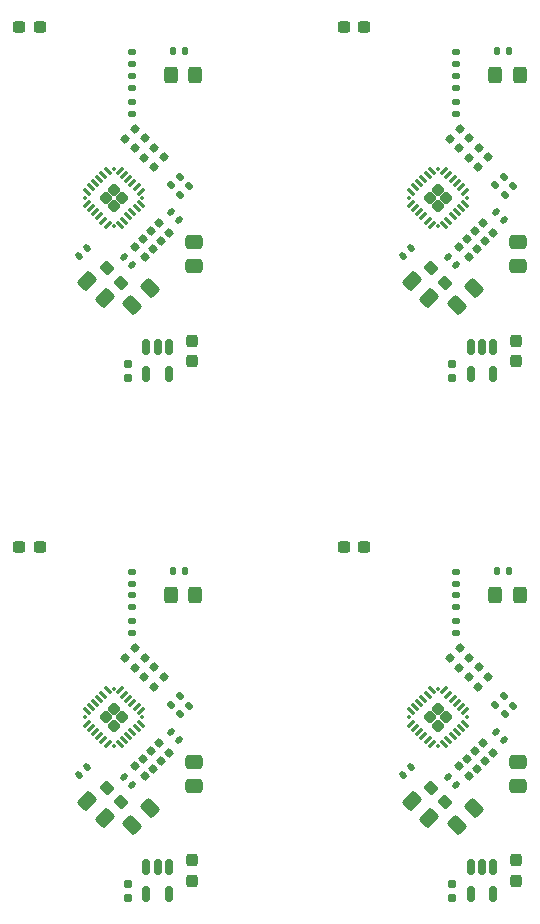
<source format=gtp>
G04 #@! TF.GenerationSoftware,KiCad,Pcbnew,9.0.4*
G04 #@! TF.CreationDate,2025-08-20T19:39:29-04:00*
G04 #@! TF.ProjectId,jlcpcb_4x4,6a6c6370-6362-45f3-9478-342e6b696361,rev?*
G04 #@! TF.SameCoordinates,Original*
G04 #@! TF.FileFunction,Paste,Top*
G04 #@! TF.FilePolarity,Positive*
%FSLAX46Y46*%
G04 Gerber Fmt 4.6, Leading zero omitted, Abs format (unit mm)*
G04 Created by KiCad (PCBNEW 9.0.4) date 2025-08-20 19:39:29*
%MOMM*%
%LPD*%
G01*
G04 APERTURE LIST*
G04 Aperture macros list*
%AMRoundRect*
0 Rectangle with rounded corners*
0 $1 Rounding radius*
0 $2 $3 $4 $5 $6 $7 $8 $9 X,Y pos of 4 corners*
0 Add a 4 corners polygon primitive as box body*
4,1,4,$2,$3,$4,$5,$6,$7,$8,$9,$2,$3,0*
0 Add four circle primitives for the rounded corners*
1,1,$1+$1,$2,$3*
1,1,$1+$1,$4,$5*
1,1,$1+$1,$6,$7*
1,1,$1+$1,$8,$9*
0 Add four rect primitives between the rounded corners*
20,1,$1+$1,$2,$3,$4,$5,0*
20,1,$1+$1,$4,$5,$6,$7,0*
20,1,$1+$1,$6,$7,$8,$9,0*
20,1,$1+$1,$8,$9,$2,$3,0*%
%AMFreePoly0*
4,1,25,0.251037,0.433748,0.282717,0.409439,0.409439,0.282717,0.449030,0.214145,0.454242,0.174554,0.454242,-0.174554,0.433748,-0.251037,0.409439,-0.282717,0.282717,-0.409439,0.214145,-0.449030,0.174554,-0.454242,-0.174554,-0.454242,-0.251037,-0.433748,-0.282717,-0.409439,-0.409439,-0.282717,-0.449030,-0.214145,-0.454242,-0.174554,-0.454242,0.174554,-0.433748,0.251037,-0.409439,0.282717,
-0.282717,0.409439,-0.214145,0.449030,-0.174554,0.454242,0.174554,0.454242,0.251037,0.433748,0.251037,0.433748,$1*%
G04 Aperture macros list end*
%ADD10RoundRect,0.160000X-0.252791X0.026517X0.026517X-0.252791X0.252791X-0.026517X-0.026517X0.252791X0*%
%ADD11RoundRect,0.160000X-0.026517X-0.252791X0.252791X0.026517X0.026517X0.252791X-0.252791X-0.026517X0*%
%ADD12RoundRect,0.135000X-0.135000X-0.185000X0.135000X-0.185000X0.135000X0.185000X-0.135000X0.185000X0*%
%ADD13RoundRect,0.140000X-0.021213X0.219203X-0.219203X0.021213X0.021213X-0.219203X0.219203X-0.021213X0*%
%ADD14RoundRect,0.135000X-0.035355X0.226274X-0.226274X0.035355X0.035355X-0.226274X0.226274X-0.035355X0*%
%ADD15RoundRect,0.237500X0.237500X-0.300000X0.237500X0.300000X-0.237500X0.300000X-0.237500X-0.300000X0*%
%ADD16RoundRect,0.140000X-0.219203X-0.021213X-0.021213X-0.219203X0.219203X0.021213X0.021213X0.219203X0*%
%ADD17RoundRect,0.250000X-0.475000X0.337500X-0.475000X-0.337500X0.475000X-0.337500X0.475000X0.337500X0*%
%ADD18RoundRect,0.135000X0.185000X-0.135000X0.185000X0.135000X-0.185000X0.135000X-0.185000X-0.135000X0*%
%ADD19RoundRect,0.135000X-0.185000X0.135000X-0.185000X-0.135000X0.185000X-0.135000X0.185000X0.135000X0*%
%ADD20RoundRect,0.160000X-0.160000X0.197500X-0.160000X-0.197500X0.160000X-0.197500X0.160000X0.197500X0*%
%ADD21RoundRect,0.237500X0.380070X-0.044194X-0.044194X0.380070X-0.380070X0.044194X0.044194X-0.380070X0*%
%ADD22RoundRect,0.250000X-0.574524X-0.097227X-0.097227X-0.574524X0.574524X0.097227X0.097227X0.574524X0*%
%ADD23FreePoly0,135.000000*%
%ADD24RoundRect,0.062500X0.274004X-0.185616X-0.185616X0.274004X-0.274004X0.185616X0.185616X-0.274004X0*%
%ADD25RoundRect,0.062500X0.274004X0.185616X0.185616X0.274004X-0.274004X-0.185616X-0.185616X-0.274004X0*%
%ADD26RoundRect,0.062500X0.088388X0.000000X0.000000X0.088388X-0.088388X0.000000X0.000000X-0.088388X0*%
%ADD27RoundRect,0.250000X-0.097227X0.574524X-0.574524X0.097227X0.097227X-0.574524X0.574524X-0.097227X0*%
%ADD28RoundRect,0.150000X-0.150000X0.512500X-0.150000X-0.512500X0.150000X-0.512500X0.150000X0.512500X0*%
%ADD29RoundRect,0.135000X0.035355X-0.226274X0.226274X-0.035355X-0.035355X0.226274X-0.226274X0.035355X0*%
%ADD30RoundRect,0.250000X-0.325000X-0.450000X0.325000X-0.450000X0.325000X0.450000X-0.325000X0.450000X0*%
%ADD31RoundRect,0.237500X-0.300000X-0.237500X0.300000X-0.237500X0.300000X0.237500X-0.300000X0.237500X0*%
G04 APERTURE END LIST*
D10*
G04 #@! TO.C,R118*
X26377207Y-27043663D03*
X25532215Y-26198671D03*
G04 #@! TD*
D11*
G04 #@! TO.C,R112*
X51807496Y-63010004D03*
X50962504Y-63854996D03*
G04 #@! TD*
D12*
G04 #@! TO.C,R126*
X26715000Y-55632500D03*
X27735000Y-55632500D03*
G04 #@! TD*
D13*
G04 #@! TO.C,C109*
X19464411Y-72293089D03*
X18785589Y-72971911D03*
G04 #@! TD*
D14*
G04 #@! TO.C,R120*
X54745624Y-66271876D03*
X54024376Y-66993124D03*
G04 #@! TD*
G04 #@! TO.C,R120*
X27285624Y-22271876D03*
X26564376Y-22993124D03*
G04 #@! TD*
D13*
G04 #@! TO.C,C109*
X46924411Y-72293089D03*
X46245589Y-72971911D03*
G04 #@! TD*
D15*
G04 #@! TO.C,C128*
X28325000Y-81895000D03*
X28325000Y-80170000D03*
G04 #@! TD*
D16*
G04 #@! TO.C,C116*
X50045589Y-29093089D03*
X50724411Y-29771911D03*
G04 #@! TD*
D11*
G04 #@! TO.C,R113*
X52607496Y-63810004D03*
X51762504Y-64654996D03*
G04 #@! TD*
D17*
G04 #@! TO.C,C111*
X55985000Y-27795000D03*
X55985000Y-29870000D03*
G04 #@! TD*
D12*
G04 #@! TO.C,R126*
X54175000Y-11632500D03*
X55195000Y-11632500D03*
G04 #@! TD*
D18*
G04 #@! TO.C,R123*
X50685000Y-56742500D03*
X50685000Y-55722500D03*
G04 #@! TD*
D11*
G04 #@! TO.C,R112*
X51807496Y-19010004D03*
X50962504Y-19854996D03*
G04 #@! TD*
D10*
G04 #@! TO.C,R117*
X25705455Y-71715414D03*
X24860463Y-70870422D03*
G04 #@! TD*
G04 #@! TO.C,R115*
X52493704Y-28387166D03*
X51648712Y-27542174D03*
G04 #@! TD*
D19*
G04 #@! TO.C,R124*
X23225000Y-15922500D03*
X23225000Y-16942500D03*
G04 #@! TD*
D11*
G04 #@! TO.C,R110*
X23547496Y-18210004D03*
X22702504Y-19054996D03*
G04 #@! TD*
D16*
G04 #@! TO.C,C116*
X22585589Y-73093089D03*
X23264411Y-73771911D03*
G04 #@! TD*
D12*
G04 #@! TO.C,R126*
X54175000Y-55632500D03*
X55195000Y-55632500D03*
G04 #@! TD*
D20*
G04 #@! TO.C,R125*
X50385000Y-83330000D03*
X50385000Y-82135000D03*
G04 #@! TD*
D21*
G04 #@! TO.C,C119*
X49794880Y-75242380D03*
X48575120Y-74022620D03*
G04 #@! TD*
D22*
G04 #@! TO.C,C108*
X19491377Y-75098877D03*
X20958623Y-76566123D03*
G04 #@! TD*
D23*
G04 #@! TO.C,TAC5212*
X49170514Y-68752896D03*
X49859943Y-68063467D03*
X48481085Y-68063467D03*
X49170514Y-67374038D03*
D24*
X49692005Y-70352725D03*
X50045559Y-69999172D03*
X50399112Y-69645618D03*
X50752665Y-69292065D03*
X51106219Y-68938512D03*
X51459772Y-68584958D03*
D25*
X51459772Y-67541976D03*
X51106219Y-67188422D03*
X50752665Y-66834869D03*
X50399112Y-66481316D03*
X50045559Y-66127762D03*
X49692005Y-65774209D03*
D24*
X48649023Y-65774209D03*
X48295469Y-66127762D03*
X47941916Y-66481316D03*
X47588363Y-66834869D03*
X47234809Y-67188422D03*
X46881256Y-67541976D03*
D25*
X46881256Y-68584958D03*
X47234809Y-68938512D03*
X47588363Y-69292065D03*
X47941916Y-69645618D03*
X48295469Y-69999172D03*
X48649023Y-70352725D03*
D26*
X49170514Y-70495914D03*
X51602961Y-68063467D03*
X49170514Y-65631020D03*
X46738067Y-68063467D03*
G04 #@! TD*
D21*
G04 #@! TO.C,C119*
X22334880Y-31242380D03*
X21115120Y-30022620D03*
G04 #@! TD*
D11*
G04 #@! TO.C,R110*
X51007496Y-18210004D03*
X50162504Y-19054996D03*
G04 #@! TD*
D10*
G04 #@! TO.C,R115*
X25033704Y-28387166D03*
X24188712Y-27542174D03*
G04 #@! TD*
D11*
G04 #@! TO.C,R114*
X25947496Y-64610004D03*
X25102504Y-65454996D03*
G04 #@! TD*
D27*
G04 #@! TO.C,C115*
X24758623Y-31698877D03*
X23291377Y-33166123D03*
G04 #@! TD*
D17*
G04 #@! TO.C,C111*
X55985000Y-71795000D03*
X55985000Y-73870000D03*
G04 #@! TD*
D28*
G04 #@! TO.C,U108*
X53835000Y-80695000D03*
X52885000Y-80695000D03*
X51935000Y-80695000D03*
X51935000Y-82970000D03*
X53835000Y-82970000D03*
G04 #@! TD*
D11*
G04 #@! TO.C,R112*
X24347496Y-19010004D03*
X23502504Y-19854996D03*
G04 #@! TD*
D10*
G04 #@! TO.C,R115*
X25033704Y-72387166D03*
X24188712Y-71542174D03*
G04 #@! TD*
D16*
G04 #@! TO.C,C112*
X26585589Y-25293089D03*
X27264411Y-25971911D03*
G04 #@! TD*
D10*
G04 #@! TO.C,R115*
X52493704Y-72387166D03*
X51648712Y-71542174D03*
G04 #@! TD*
D11*
G04 #@! TO.C,R113*
X25147496Y-19810004D03*
X24302504Y-20654996D03*
G04 #@! TD*
G04 #@! TO.C,R114*
X25947496Y-20610004D03*
X25102504Y-21454996D03*
G04 #@! TD*
D16*
G04 #@! TO.C,C116*
X50045589Y-73093089D03*
X50724411Y-73771911D03*
G04 #@! TD*
G04 #@! TO.C,C112*
X26585589Y-69293089D03*
X27264411Y-69971911D03*
G04 #@! TD*
D29*
G04 #@! TO.C,R121*
X27364376Y-23793124D03*
X28085624Y-23071876D03*
G04 #@! TD*
D10*
G04 #@! TO.C,R119*
X51821952Y-73058917D03*
X50976960Y-72213925D03*
G04 #@! TD*
G04 #@! TO.C,R118*
X26377207Y-71043663D03*
X25532215Y-70198671D03*
G04 #@! TD*
D11*
G04 #@! TO.C,R110*
X51007496Y-62210004D03*
X50162504Y-63054996D03*
G04 #@! TD*
D17*
G04 #@! TO.C,C111*
X28525000Y-71795000D03*
X28525000Y-73870000D03*
G04 #@! TD*
D21*
G04 #@! TO.C,C119*
X22334880Y-75242380D03*
X21115120Y-74022620D03*
G04 #@! TD*
D20*
G04 #@! TO.C,R125*
X50385000Y-39330000D03*
X50385000Y-38135000D03*
G04 #@! TD*
D11*
G04 #@! TO.C,R112*
X24347496Y-63010004D03*
X23502504Y-63854996D03*
G04 #@! TD*
D22*
G04 #@! TO.C,C108*
X19491377Y-31098877D03*
X20958623Y-32566123D03*
G04 #@! TD*
D30*
G04 #@! TO.C,D116*
X54035000Y-13657500D03*
X56085000Y-13657500D03*
G04 #@! TD*
D22*
G04 #@! TO.C,C108*
X46951377Y-31098877D03*
X48418623Y-32566123D03*
G04 #@! TD*
D11*
G04 #@! TO.C,R114*
X53407496Y-64610004D03*
X52562504Y-65454996D03*
G04 #@! TD*
D18*
G04 #@! TO.C,R123*
X23225000Y-12742500D03*
X23225000Y-11722500D03*
G04 #@! TD*
D10*
G04 #@! TO.C,R119*
X24361952Y-73058917D03*
X23516960Y-72213925D03*
G04 #@! TD*
D11*
G04 #@! TO.C,R113*
X52607496Y-19810004D03*
X51762504Y-20654996D03*
G04 #@! TD*
D12*
G04 #@! TO.C,R126*
X26715000Y-11632500D03*
X27735000Y-11632500D03*
G04 #@! TD*
D10*
G04 #@! TO.C,R117*
X25705455Y-27715414D03*
X24860463Y-26870422D03*
G04 #@! TD*
D19*
G04 #@! TO.C,R122*
X50685000Y-57722500D03*
X50685000Y-58742500D03*
G04 #@! TD*
G04 #@! TO.C,R124*
X50685000Y-59922500D03*
X50685000Y-60942500D03*
G04 #@! TD*
D14*
G04 #@! TO.C,R120*
X27285624Y-66271876D03*
X26564376Y-66993124D03*
G04 #@! TD*
D16*
G04 #@! TO.C,C112*
X54045589Y-69293089D03*
X54724411Y-69971911D03*
G04 #@! TD*
D11*
G04 #@! TO.C,R113*
X25147496Y-63810004D03*
X24302504Y-64654996D03*
G04 #@! TD*
D29*
G04 #@! TO.C,R121*
X54824376Y-23793124D03*
X55545624Y-23071876D03*
G04 #@! TD*
D30*
G04 #@! TO.C,D116*
X26575000Y-57657500D03*
X28625000Y-57657500D03*
G04 #@! TD*
D29*
G04 #@! TO.C,R121*
X27364376Y-67793124D03*
X28085624Y-67071876D03*
G04 #@! TD*
D31*
G04 #@! TO.C,C118*
X13712500Y-9632500D03*
X15437500Y-9632500D03*
G04 #@! TD*
D13*
G04 #@! TO.C,C109*
X19464411Y-28293089D03*
X18785589Y-28971911D03*
G04 #@! TD*
D10*
G04 #@! TO.C,R119*
X24361952Y-29058917D03*
X23516960Y-28213925D03*
G04 #@! TD*
D20*
G04 #@! TO.C,R125*
X22925000Y-39330000D03*
X22925000Y-38135000D03*
G04 #@! TD*
D10*
G04 #@! TO.C,R117*
X53165455Y-71715414D03*
X52320463Y-70870422D03*
G04 #@! TD*
D19*
G04 #@! TO.C,R122*
X50685000Y-13722500D03*
X50685000Y-14742500D03*
G04 #@! TD*
D27*
G04 #@! TO.C,C115*
X24758623Y-75698877D03*
X23291377Y-77166123D03*
G04 #@! TD*
D31*
G04 #@! TO.C,C118*
X13712500Y-53632500D03*
X15437500Y-53632500D03*
G04 #@! TD*
D15*
G04 #@! TO.C,C128*
X55785000Y-37895000D03*
X55785000Y-36170000D03*
G04 #@! TD*
D16*
G04 #@! TO.C,C112*
X54045589Y-25293089D03*
X54724411Y-25971911D03*
G04 #@! TD*
D11*
G04 #@! TO.C,R110*
X23547496Y-62210004D03*
X22702504Y-63054996D03*
G04 #@! TD*
D10*
G04 #@! TO.C,R118*
X53837207Y-27043663D03*
X52992215Y-26198671D03*
G04 #@! TD*
D11*
G04 #@! TO.C,R114*
X53407496Y-20610004D03*
X52562504Y-21454996D03*
G04 #@! TD*
D10*
G04 #@! TO.C,R119*
X51821952Y-29058917D03*
X50976960Y-28213925D03*
G04 #@! TD*
D28*
G04 #@! TO.C,U108*
X53835000Y-36695000D03*
X52885000Y-36695000D03*
X51935000Y-36695000D03*
X51935000Y-38970000D03*
X53835000Y-38970000D03*
G04 #@! TD*
D18*
G04 #@! TO.C,R123*
X23225000Y-56742500D03*
X23225000Y-55722500D03*
G04 #@! TD*
D22*
G04 #@! TO.C,C108*
X46951377Y-75098877D03*
X48418623Y-76566123D03*
G04 #@! TD*
D20*
G04 #@! TO.C,R125*
X22925000Y-83330000D03*
X22925000Y-82135000D03*
G04 #@! TD*
D19*
G04 #@! TO.C,R122*
X23225000Y-13722500D03*
X23225000Y-14742500D03*
G04 #@! TD*
D14*
G04 #@! TO.C,R120*
X54745624Y-22271876D03*
X54024376Y-22993124D03*
G04 #@! TD*
D15*
G04 #@! TO.C,C128*
X55785000Y-81895000D03*
X55785000Y-80170000D03*
G04 #@! TD*
D19*
G04 #@! TO.C,R124*
X50685000Y-15922500D03*
X50685000Y-16942500D03*
G04 #@! TD*
D21*
G04 #@! TO.C,C119*
X49794880Y-31242380D03*
X48575120Y-30022620D03*
G04 #@! TD*
D10*
G04 #@! TO.C,R118*
X53837207Y-71043663D03*
X52992215Y-70198671D03*
G04 #@! TD*
D31*
G04 #@! TO.C,C118*
X41172500Y-53632500D03*
X42897500Y-53632500D03*
G04 #@! TD*
D15*
G04 #@! TO.C,C128*
X28325000Y-37895000D03*
X28325000Y-36170000D03*
G04 #@! TD*
D29*
G04 #@! TO.C,R121*
X54824376Y-67793124D03*
X55545624Y-67071876D03*
G04 #@! TD*
D27*
G04 #@! TO.C,C115*
X52218623Y-75698877D03*
X50751377Y-77166123D03*
G04 #@! TD*
D13*
G04 #@! TO.C,C109*
X46924411Y-28293089D03*
X46245589Y-28971911D03*
G04 #@! TD*
D19*
G04 #@! TO.C,R122*
X23225000Y-57722500D03*
X23225000Y-58742500D03*
G04 #@! TD*
D10*
G04 #@! TO.C,R117*
X53165455Y-27715414D03*
X52320463Y-26870422D03*
G04 #@! TD*
D23*
G04 #@! TO.C,TAC5212*
X49170514Y-24752896D03*
X49859943Y-24063467D03*
X48481085Y-24063467D03*
X49170514Y-23374038D03*
D24*
X49692005Y-26352725D03*
X50045559Y-25999172D03*
X50399112Y-25645618D03*
X50752665Y-25292065D03*
X51106219Y-24938512D03*
X51459772Y-24584958D03*
D25*
X51459772Y-23541976D03*
X51106219Y-23188422D03*
X50752665Y-22834869D03*
X50399112Y-22481316D03*
X50045559Y-22127762D03*
X49692005Y-21774209D03*
D24*
X48649023Y-21774209D03*
X48295469Y-22127762D03*
X47941916Y-22481316D03*
X47588363Y-22834869D03*
X47234809Y-23188422D03*
X46881256Y-23541976D03*
D25*
X46881256Y-24584958D03*
X47234809Y-24938512D03*
X47588363Y-25292065D03*
X47941916Y-25645618D03*
X48295469Y-25999172D03*
X48649023Y-26352725D03*
D26*
X49170514Y-26495914D03*
X51602961Y-24063467D03*
X49170514Y-21631020D03*
X46738067Y-24063467D03*
G04 #@! TD*
D31*
G04 #@! TO.C,C118*
X41172500Y-9632500D03*
X42897500Y-9632500D03*
G04 #@! TD*
D18*
G04 #@! TO.C,R123*
X50685000Y-12742500D03*
X50685000Y-11722500D03*
G04 #@! TD*
D30*
G04 #@! TO.C,D116*
X54035000Y-57657500D03*
X56085000Y-57657500D03*
G04 #@! TD*
D28*
G04 #@! TO.C,U108*
X26375000Y-80695000D03*
X25425000Y-80695000D03*
X24475000Y-80695000D03*
X24475000Y-82970000D03*
X26375000Y-82970000D03*
G04 #@! TD*
D23*
G04 #@! TO.C,TAC5212*
X21710514Y-24752896D03*
X22399943Y-24063467D03*
X21021085Y-24063467D03*
X21710514Y-23374038D03*
D24*
X22232005Y-26352725D03*
X22585559Y-25999172D03*
X22939112Y-25645618D03*
X23292665Y-25292065D03*
X23646219Y-24938512D03*
X23999772Y-24584958D03*
D25*
X23999772Y-23541976D03*
X23646219Y-23188422D03*
X23292665Y-22834869D03*
X22939112Y-22481316D03*
X22585559Y-22127762D03*
X22232005Y-21774209D03*
D24*
X21189023Y-21774209D03*
X20835469Y-22127762D03*
X20481916Y-22481316D03*
X20128363Y-22834869D03*
X19774809Y-23188422D03*
X19421256Y-23541976D03*
D25*
X19421256Y-24584958D03*
X19774809Y-24938512D03*
X20128363Y-25292065D03*
X20481916Y-25645618D03*
X20835469Y-25999172D03*
X21189023Y-26352725D03*
D26*
X21710514Y-26495914D03*
X24142961Y-24063467D03*
X21710514Y-21631020D03*
X19278067Y-24063467D03*
G04 #@! TD*
D23*
G04 #@! TO.C,TAC5212*
X21710514Y-68752896D03*
X22399943Y-68063467D03*
X21021085Y-68063467D03*
X21710514Y-67374038D03*
D24*
X22232005Y-70352725D03*
X22585559Y-69999172D03*
X22939112Y-69645618D03*
X23292665Y-69292065D03*
X23646219Y-68938512D03*
X23999772Y-68584958D03*
D25*
X23999772Y-67541976D03*
X23646219Y-67188422D03*
X23292665Y-66834869D03*
X22939112Y-66481316D03*
X22585559Y-66127762D03*
X22232005Y-65774209D03*
D24*
X21189023Y-65774209D03*
X20835469Y-66127762D03*
X20481916Y-66481316D03*
X20128363Y-66834869D03*
X19774809Y-67188422D03*
X19421256Y-67541976D03*
D25*
X19421256Y-68584958D03*
X19774809Y-68938512D03*
X20128363Y-69292065D03*
X20481916Y-69645618D03*
X20835469Y-69999172D03*
X21189023Y-70352725D03*
D26*
X21710514Y-70495914D03*
X24142961Y-68063467D03*
X21710514Y-65631020D03*
X19278067Y-68063467D03*
G04 #@! TD*
D28*
G04 #@! TO.C,U108*
X26375000Y-36695000D03*
X25425000Y-36695000D03*
X24475000Y-36695000D03*
X24475000Y-38970000D03*
X26375000Y-38970000D03*
G04 #@! TD*
D19*
G04 #@! TO.C,R124*
X23225000Y-59922500D03*
X23225000Y-60942500D03*
G04 #@! TD*
D17*
G04 #@! TO.C,C111*
X28525000Y-27795000D03*
X28525000Y-29870000D03*
G04 #@! TD*
D27*
G04 #@! TO.C,C115*
X52218623Y-31698877D03*
X50751377Y-33166123D03*
G04 #@! TD*
D30*
G04 #@! TO.C,D116*
X26575000Y-13657500D03*
X28625000Y-13657500D03*
G04 #@! TD*
D16*
G04 #@! TO.C,C116*
X22585589Y-29093089D03*
X23264411Y-29771911D03*
G04 #@! TD*
M02*

</source>
